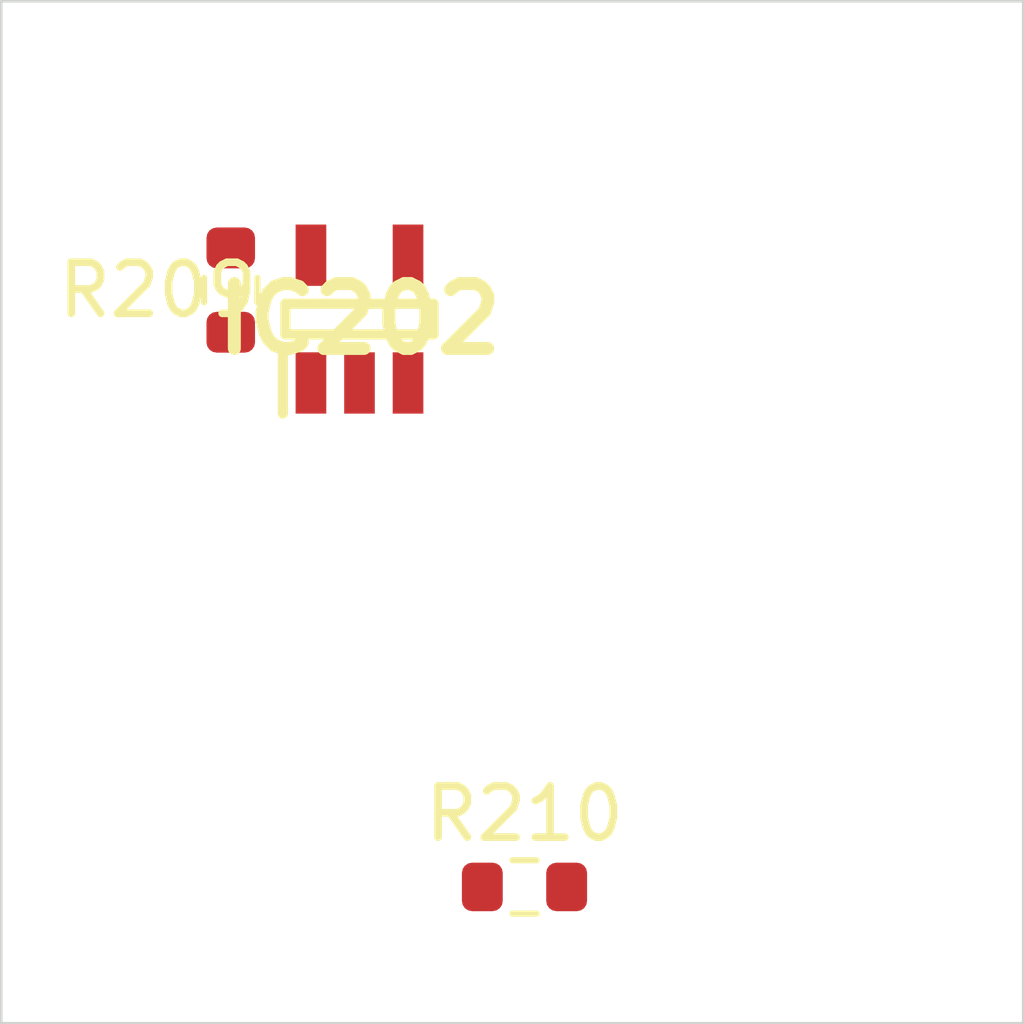
<source format=kicad_pcb>
 ( kicad_pcb  ( version 20171130 )
 ( host pcbnew 5.1.12-84ad8e8a86~92~ubuntu18.04.1 )
 ( general  ( thickness 1.6 )
 ( drawings 4 )
 ( tracks 0 )
 ( zones 0 )
 ( modules 3 )
 ( nets 5 )
)
 ( page A4 )
 ( layers  ( 0 F.Cu signal )
 ( 31 B.Cu signal )
 ( 32 B.Adhes user )
 ( 33 F.Adhes user )
 ( 34 B.Paste user )
 ( 35 F.Paste user )
 ( 36 B.SilkS user )
 ( 37 F.SilkS user )
 ( 38 B.Mask user )
 ( 39 F.Mask user )
 ( 40 Dwgs.User user )
 ( 41 Cmts.User user )
 ( 42 Eco1.User user )
 ( 43 Eco2.User user )
 ( 44 Edge.Cuts user )
 ( 45 Margin user )
 ( 46 B.CrtYd user )
 ( 47 F.CrtYd user )
 ( 48 B.Fab user )
 ( 49 F.Fab user )
)
 ( setup  ( last_trace_width 0.25 )
 ( trace_clearance 0.2 )
 ( zone_clearance 0.508 )
 ( zone_45_only no )
 ( trace_min 0.2 )
 ( via_size 0.8 )
 ( via_drill 0.4 )
 ( via_min_size 0.4 )
 ( via_min_drill 0.3 )
 ( uvia_size 0.3 )
 ( uvia_drill 0.1 )
 ( uvias_allowed no )
 ( uvia_min_size 0.2 )
 ( uvia_min_drill 0.1 )
 ( edge_width 0.05 )
 ( segment_width 0.2 )
 ( pcb_text_width 0.3 )
 ( pcb_text_size 1.5 1.5 )
 ( mod_edge_width 0.12 )
 ( mod_text_size 1 1 )
 ( mod_text_width 0.15 )
 ( pad_size 1.524 1.524 )
 ( pad_drill 0.762 )
 ( pad_to_mask_clearance 0 )
 ( aux_axis_origin 0 0 )
 ( visible_elements FFFFFF7F )
 ( pcbplotparams  ( layerselection 0x010fc_ffffffff )
 ( usegerberextensions false )
 ( usegerberattributes true )
 ( usegerberadvancedattributes true )
 ( creategerberjobfile true )
 ( excludeedgelayer true )
 ( linewidth 0.100000 )
 ( plotframeref false )
 ( viasonmask false )
 ( mode 1 )
 ( useauxorigin false )
 ( hpglpennumber 1 )
 ( hpglpenspeed 20 )
 ( hpglpendiameter 15.000000 )
 ( psnegative false )
 ( psa4output false )
 ( plotreference true )
 ( plotvalue true )
 ( plotinvisibletext false )
 ( padsonsilk false )
 ( subtractmaskfromsilk false )
 ( outputformat 1 )
 ( mirror false )
 ( drillshape 1 )
 ( scaleselection 1 )
 ( outputdirectory "" )
)
)
 ( net 0 "" )
 ( net 1 GND )
 ( net 2 VDDA )
 ( net 3 /Sheet6235D886/vp )
 ( net 4 "Net-(IC202-Pad3)" )
 ( net_class Default "This is the default net class."  ( clearance 0.2 )
 ( trace_width 0.25 )
 ( via_dia 0.8 )
 ( via_drill 0.4 )
 ( uvia_dia 0.3 )
 ( uvia_drill 0.1 )
 ( add_net /Sheet6235D886/vp )
 ( add_net GND )
 ( add_net "Net-(IC202-Pad3)" )
 ( add_net VDDA )
)
 ( module SOT95P280X145-5N locked  ( layer F.Cu )
 ( tedit 62336ED7 )
 ( tstamp 623423ED )
 ( at 87.010600 106.220000 90.000000 )
 ( descr DBV0005A )
 ( tags "Integrated Circuit" )
 ( path /6235D887/6266C08E )
 ( attr smd )
 ( fp_text reference IC202  ( at 0 0 )
 ( layer F.SilkS )
 ( effects  ( font  ( size 1.27 1.27 )
 ( thickness 0.254 )
)
)
)
 ( fp_text value TL071HIDBVR  ( at 0 0 )
 ( layer F.SilkS )
hide  ( effects  ( font  ( size 1.27 1.27 )
 ( thickness 0.254 )
)
)
)
 ( fp_line  ( start -1.85 -1.5 )
 ( end -0.65 -1.5 )
 ( layer F.SilkS )
 ( width 0.2 )
)
 ( fp_line  ( start -0.3 1.45 )
 ( end -0.3 -1.45 )
 ( layer F.SilkS )
 ( width 0.2 )
)
 ( fp_line  ( start 0.3 1.45 )
 ( end -0.3 1.45 )
 ( layer F.SilkS )
 ( width 0.2 )
)
 ( fp_line  ( start 0.3 -1.45 )
 ( end 0.3 1.45 )
 ( layer F.SilkS )
 ( width 0.2 )
)
 ( fp_line  ( start -0.3 -1.45 )
 ( end 0.3 -1.45 )
 ( layer F.SilkS )
 ( width 0.2 )
)
 ( fp_line  ( start -0.8 -0.5 )
 ( end 0.15 -1.45 )
 ( layer Dwgs.User )
 ( width 0.1 )
)
 ( fp_line  ( start -0.8 1.45 )
 ( end -0.8 -1.45 )
 ( layer Dwgs.User )
 ( width 0.1 )
)
 ( fp_line  ( start 0.8 1.45 )
 ( end -0.8 1.45 )
 ( layer Dwgs.User )
 ( width 0.1 )
)
 ( fp_line  ( start 0.8 -1.45 )
 ( end 0.8 1.45 )
 ( layer Dwgs.User )
 ( width 0.1 )
)
 ( fp_line  ( start -0.8 -1.45 )
 ( end 0.8 -1.45 )
 ( layer Dwgs.User )
 ( width 0.1 )
)
 ( fp_line  ( start -2.1 1.775 )
 ( end -2.1 -1.775 )
 ( layer Dwgs.User )
 ( width 0.05 )
)
 ( fp_line  ( start 2.1 1.775 )
 ( end -2.1 1.775 )
 ( layer Dwgs.User )
 ( width 0.05 )
)
 ( fp_line  ( start 2.1 -1.775 )
 ( end 2.1 1.775 )
 ( layer Dwgs.User )
 ( width 0.05 )
)
 ( fp_line  ( start -2.1 -1.775 )
 ( end 2.1 -1.775 )
 ( layer Dwgs.User )
 ( width 0.05 )
)
 ( pad 1 smd rect  ( at -1.25 -0.95 180.000000 )
 ( size 0.6 1.2 )
 ( layers F.Cu F.Mask F.Paste )
 ( net 3 /Sheet6235D886/vp )
)
 ( pad 2 smd rect  ( at -1.25 0 180.000000 )
 ( size 0.6 1.2 )
 ( layers F.Cu F.Mask F.Paste )
 ( net 1 GND )
)
 ( pad 3 smd rect  ( at -1.25 0.95 180.000000 )
 ( size 0.6 1.2 )
 ( layers F.Cu F.Mask F.Paste )
 ( net 4 "Net-(IC202-Pad3)" )
)
 ( pad 4 smd rect  ( at 1.25 0.95 180.000000 )
 ( size 0.6 1.2 )
 ( layers F.Cu F.Mask F.Paste )
 ( net 3 /Sheet6235D886/vp )
)
 ( pad 5 smd rect  ( at 1.25 -0.95 180.000000 )
 ( size 0.6 1.2 )
 ( layers F.Cu F.Mask F.Paste )
 ( net 2 VDDA )
)
)
 ( module Resistor_SMD:R_0603_1608Metric  ( layer F.Cu )
 ( tedit 5F68FEEE )
 ( tstamp 62342595 )
 ( at 84.491200 105.652000 90.000000 )
 ( descr "Resistor SMD 0603 (1608 Metric), square (rectangular) end terminal, IPC_7351 nominal, (Body size source: IPC-SM-782 page 72, https://www.pcb-3d.com/wordpress/wp-content/uploads/ipc-sm-782a_amendment_1_and_2.pdf), generated with kicad-footprint-generator" )
 ( tags resistor )
 ( path /6235D887/623CDBD9 )
 ( attr smd )
 ( fp_text reference R209  ( at 0 -1.43 )
 ( layer F.SilkS )
 ( effects  ( font  ( size 1 1 )
 ( thickness 0.15 )
)
)
)
 ( fp_text value 100k  ( at 0 1.43 )
 ( layer F.Fab )
 ( effects  ( font  ( size 1 1 )
 ( thickness 0.15 )
)
)
)
 ( fp_line  ( start -0.8 0.4125 )
 ( end -0.8 -0.4125 )
 ( layer F.Fab )
 ( width 0.1 )
)
 ( fp_line  ( start -0.8 -0.4125 )
 ( end 0.8 -0.4125 )
 ( layer F.Fab )
 ( width 0.1 )
)
 ( fp_line  ( start 0.8 -0.4125 )
 ( end 0.8 0.4125 )
 ( layer F.Fab )
 ( width 0.1 )
)
 ( fp_line  ( start 0.8 0.4125 )
 ( end -0.8 0.4125 )
 ( layer F.Fab )
 ( width 0.1 )
)
 ( fp_line  ( start -0.237258 -0.5225 )
 ( end 0.237258 -0.5225 )
 ( layer F.SilkS )
 ( width 0.12 )
)
 ( fp_line  ( start -0.237258 0.5225 )
 ( end 0.237258 0.5225 )
 ( layer F.SilkS )
 ( width 0.12 )
)
 ( fp_line  ( start -1.48 0.73 )
 ( end -1.48 -0.73 )
 ( layer F.CrtYd )
 ( width 0.05 )
)
 ( fp_line  ( start -1.48 -0.73 )
 ( end 1.48 -0.73 )
 ( layer F.CrtYd )
 ( width 0.05 )
)
 ( fp_line  ( start 1.48 -0.73 )
 ( end 1.48 0.73 )
 ( layer F.CrtYd )
 ( width 0.05 )
)
 ( fp_line  ( start 1.48 0.73 )
 ( end -1.48 0.73 )
 ( layer F.CrtYd )
 ( width 0.05 )
)
 ( fp_text user %R  ( at 0 0 )
 ( layer F.Fab )
 ( effects  ( font  ( size 0.4 0.4 )
 ( thickness 0.06 )
)
)
)
 ( pad 1 smd roundrect  ( at -0.825 0 90.000000 )
 ( size 0.8 0.95 )
 ( layers F.Cu F.Mask F.Paste )
 ( roundrect_rratio 0.25 )
 ( net 2 VDDA )
)
 ( pad 2 smd roundrect  ( at 0.825 0 90.000000 )
 ( size 0.8 0.95 )
 ( layers F.Cu F.Mask F.Paste )
 ( roundrect_rratio 0.25 )
 ( net 4 "Net-(IC202-Pad3)" )
)
 ( model ${KISYS3DMOD}/Resistor_SMD.3dshapes/R_0603_1608Metric.wrl  ( at  ( xyz 0 0 0 )
)
 ( scale  ( xyz 1 1 1 )
)
 ( rotate  ( xyz 0 0 0 )
)
)
)
 ( module Resistor_SMD:R_0603_1608Metric  ( layer F.Cu )
 ( tedit 5F68FEEE )
 ( tstamp 623425A6 )
 ( at 90.239700 117.333000 )
 ( descr "Resistor SMD 0603 (1608 Metric), square (rectangular) end terminal, IPC_7351 nominal, (Body size source: IPC-SM-782 page 72, https://www.pcb-3d.com/wordpress/wp-content/uploads/ipc-sm-782a_amendment_1_and_2.pdf), generated with kicad-footprint-generator" )
 ( tags resistor )
 ( path /6235D887/623CDBDF )
 ( attr smd )
 ( fp_text reference R210  ( at 0 -1.43 )
 ( layer F.SilkS )
 ( effects  ( font  ( size 1 1 )
 ( thickness 0.15 )
)
)
)
 ( fp_text value 100k  ( at 0 1.43 )
 ( layer F.Fab )
 ( effects  ( font  ( size 1 1 )
 ( thickness 0.15 )
)
)
)
 ( fp_line  ( start 1.48 0.73 )
 ( end -1.48 0.73 )
 ( layer F.CrtYd )
 ( width 0.05 )
)
 ( fp_line  ( start 1.48 -0.73 )
 ( end 1.48 0.73 )
 ( layer F.CrtYd )
 ( width 0.05 )
)
 ( fp_line  ( start -1.48 -0.73 )
 ( end 1.48 -0.73 )
 ( layer F.CrtYd )
 ( width 0.05 )
)
 ( fp_line  ( start -1.48 0.73 )
 ( end -1.48 -0.73 )
 ( layer F.CrtYd )
 ( width 0.05 )
)
 ( fp_line  ( start -0.237258 0.5225 )
 ( end 0.237258 0.5225 )
 ( layer F.SilkS )
 ( width 0.12 )
)
 ( fp_line  ( start -0.237258 -0.5225 )
 ( end 0.237258 -0.5225 )
 ( layer F.SilkS )
 ( width 0.12 )
)
 ( fp_line  ( start 0.8 0.4125 )
 ( end -0.8 0.4125 )
 ( layer F.Fab )
 ( width 0.1 )
)
 ( fp_line  ( start 0.8 -0.4125 )
 ( end 0.8 0.4125 )
 ( layer F.Fab )
 ( width 0.1 )
)
 ( fp_line  ( start -0.8 -0.4125 )
 ( end 0.8 -0.4125 )
 ( layer F.Fab )
 ( width 0.1 )
)
 ( fp_line  ( start -0.8 0.4125 )
 ( end -0.8 -0.4125 )
 ( layer F.Fab )
 ( width 0.1 )
)
 ( fp_text user %R  ( at 0 0 )
 ( layer F.Fab )
 ( effects  ( font  ( size 0.4 0.4 )
 ( thickness 0.06 )
)
)
)
 ( pad 2 smd roundrect  ( at 0.825 0 )
 ( size 0.8 0.95 )
 ( layers F.Cu F.Mask F.Paste )
 ( roundrect_rratio 0.25 )
 ( net 1 GND )
)
 ( pad 1 smd roundrect  ( at -0.825 0 )
 ( size 0.8 0.95 )
 ( layers F.Cu F.Mask F.Paste )
 ( roundrect_rratio 0.25 )
 ( net 4 "Net-(IC202-Pad3)" )
)
 ( model ${KISYS3DMOD}/Resistor_SMD.3dshapes/R_0603_1608Metric.wrl  ( at  ( xyz 0 0 0 )
)
 ( scale  ( xyz 1 1 1 )
)
 ( rotate  ( xyz 0 0 0 )
)
)
)
 ( gr_line  ( start 100 100 )
 ( end 100 120 )
 ( layer Edge.Cuts )
 ( width 0.05 )
 ( tstamp 62E770C4 )
)
 ( gr_line  ( start 80 120 )
 ( end 100 120 )
 ( layer Edge.Cuts )
 ( width 0.05 )
 ( tstamp 62E770C0 )
)
 ( gr_line  ( start 80 100 )
 ( end 100 100 )
 ( layer Edge.Cuts )
 ( width 0.05 )
 ( tstamp 6234110C )
)
 ( gr_line  ( start 80 100 )
 ( end 80 120 )
 ( layer Edge.Cuts )
 ( width 0.05 )
)
)

</source>
